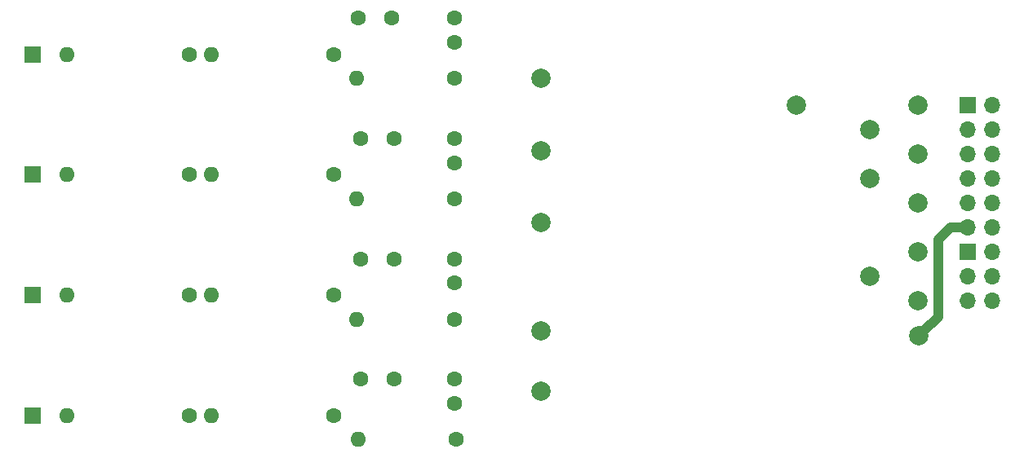
<source format=gbr>
%TF.GenerationSoftware,KiCad,Pcbnew,(5.1.5-0)*%
%TF.CreationDate,2020-04-03T13:37:13+02:00*%
%TF.ProjectId,egc_ads1292,6567635f-6164-4733-9132-39322e6b6963,rev?*%
%TF.SameCoordinates,PX23c3460PY8f0d180*%
%TF.FileFunction,Copper,L2,Bot*%
%TF.FilePolarity,Positive*%
%FSLAX46Y46*%
G04 Gerber Fmt 4.6, Leading zero omitted, Abs format (unit mm)*
G04 Created by KiCad (PCBNEW (5.1.5-0)) date 2020-04-03 13:37:13*
%MOMM*%
%LPD*%
G04 APERTURE LIST*
%ADD10O,1.600000X1.600000*%
%ADD11C,1.600000*%
%ADD12O,1.700000X1.700000*%
%ADD13R,1.700000X1.700000*%
%ADD14C,2.000000*%
%ADD15C,1.000000*%
G04 APERTURE END LIST*
D10*
X47340000Y41250000D03*
D11*
X57500000Y41250000D03*
D10*
X32300000Y31250000D03*
D11*
X45000000Y31250000D03*
D10*
X32300000Y18750000D03*
D11*
X45000000Y18750000D03*
D10*
X32300000Y6250000D03*
D11*
X45000000Y6250000D03*
D10*
X17300000Y43750000D03*
D11*
X30000000Y43750000D03*
X47750000Y22500000D03*
X51250000Y22500000D03*
X47750000Y10000000D03*
X51250000Y10000000D03*
X57500000Y22500000D03*
X57500000Y20000000D03*
D12*
X113290000Y18120000D03*
X110750000Y18120000D03*
X113290000Y20660000D03*
X110750000Y20660000D03*
X113290000Y23200000D03*
D13*
X110750000Y23200000D03*
D14*
X92970000Y38440000D03*
X105630000Y23200000D03*
X105630000Y18120000D03*
X100590000Y20660000D03*
X100590000Y35900000D03*
X100590000Y30820000D03*
X105630000Y33360000D03*
X105630000Y28280000D03*
X105670000Y14500000D03*
X105630000Y38440000D03*
X66500000Y41250000D03*
X66500000Y33750000D03*
X66500000Y26250000D03*
X66500000Y15000000D03*
X66500000Y8750000D03*
D12*
X113290000Y25740000D03*
X110750000Y25740000D03*
X113290000Y28280000D03*
X110750000Y28280000D03*
X113290000Y30820000D03*
X110750000Y30820000D03*
X113290000Y33360000D03*
X110750000Y33360000D03*
X113290000Y35900000D03*
X110750000Y35900000D03*
X113290000Y38440000D03*
D13*
X110750000Y38440000D03*
X13750000Y43750000D03*
X13750000Y31250000D03*
X13750000Y18750000D03*
X13750000Y6250000D03*
D11*
X47500000Y47500000D03*
X51000000Y47500000D03*
X47750000Y35000000D03*
X51250000Y35000000D03*
D10*
X32300000Y43750000D03*
D11*
X45000000Y43750000D03*
D10*
X17300000Y31250000D03*
D11*
X30000000Y31250000D03*
D10*
X17300000Y18750000D03*
D11*
X30000000Y18750000D03*
D10*
X17300000Y6250000D03*
D11*
X30000000Y6250000D03*
X57660000Y3750000D03*
D10*
X47500000Y3750000D03*
D11*
X57500000Y16250000D03*
D10*
X47340000Y16250000D03*
X47340000Y28750000D03*
D11*
X57500000Y28750000D03*
X57500000Y7500000D03*
X57500000Y10000000D03*
X57500000Y32500000D03*
X57500000Y35000000D03*
X57500000Y47500000D03*
X57500000Y45000000D03*
D15*
X108990000Y25740000D02*
X110750000Y25740000D01*
X107750000Y24500000D02*
X108990000Y25740000D01*
X107750000Y16500000D02*
X107750000Y24500000D01*
X106250000Y15000000D02*
X107750000Y16500000D01*
X105670000Y15000000D02*
X106250000Y15000000D01*
M02*

</source>
